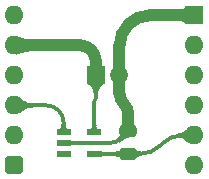
<source format=gtl>
%TF.GenerationSoftware,KiCad,Pcbnew,9.0.2*%
%TF.CreationDate,2025-06-17T11:12:26+02:00*%
%TF.ProjectId,HCP65 Power,48435036-3520-4506-9f77-65722e6b6963,V0*%
%TF.SameCoordinates,Original*%
%TF.FileFunction,Copper,L1,Top*%
%TF.FilePolarity,Positive*%
%FSLAX46Y46*%
G04 Gerber Fmt 4.6, Leading zero omitted, Abs format (unit mm)*
G04 Created by KiCad (PCBNEW 9.0.2) date 2025-06-17 11:12:26*
%MOMM*%
%LPD*%
G01*
G04 APERTURE LIST*
G04 Aperture macros list*
%AMRoundRect*
0 Rectangle with rounded corners*
0 $1 Rounding radius*
0 $2 $3 $4 $5 $6 $7 $8 $9 X,Y pos of 4 corners*
0 Add a 4 corners polygon primitive as box body*
4,1,4,$2,$3,$4,$5,$6,$7,$8,$9,$2,$3,0*
0 Add four circle primitives for the rounded corners*
1,1,$1+$1,$2,$3*
1,1,$1+$1,$4,$5*
1,1,$1+$1,$6,$7*
1,1,$1+$1,$8,$9*
0 Add four rect primitives between the rounded corners*
20,1,$1+$1,$2,$3,$4,$5,0*
20,1,$1+$1,$4,$5,$6,$7,0*
20,1,$1+$1,$6,$7,$8,$9,0*
20,1,$1+$1,$8,$9,$2,$3,0*%
G04 Aperture macros list end*
%TA.AperFunction,ComponentPad*%
%ADD10R,1.500000X1.500000*%
%TD*%
%TA.AperFunction,ComponentPad*%
%ADD11C,1.500000*%
%TD*%
%TA.AperFunction,SMDPad,CuDef*%
%ADD12R,1.150000X0.600000*%
%TD*%
%TA.AperFunction,SMDPad,CuDef*%
%ADD13RoundRect,0.250000X0.475000X-0.250000X0.475000X0.250000X-0.475000X0.250000X-0.475000X-0.250000X0*%
%TD*%
%TA.AperFunction,ComponentPad*%
%ADD14O,1.600000X1.600000*%
%TD*%
%TA.AperFunction,ComponentPad*%
%ADD15RoundRect,0.400000X-0.400000X-0.400000X0.400000X-0.400000X0.400000X0.400000X-0.400000X0.400000X0*%
%TD*%
%TA.AperFunction,ComponentPad*%
%ADD16R,1.600000X1.600000*%
%TD*%
%TA.AperFunction,Conductor*%
%ADD17C,0.380000*%
%TD*%
%TA.AperFunction,Conductor*%
%ADD18C,1.000000*%
%TD*%
G04 APERTURE END LIST*
D10*
%TO.P,C3,1*%
%TO.N,12V*%
X6889999Y-5080000D03*
D11*
%TO.P,C3,2*%
%TO.N,GND*%
X8889999Y-5080000D03*
%TD*%
D12*
%TO.P,IC1,1,~{SHDN}*%
%TO.N,5V*%
X4161000Y-9845000D03*
%TO.P,IC1,2,GND*%
%TO.N,GND*%
X4161000Y-10795000D03*
%TO.P,IC1,3,Bypass*%
%TO.N,unconnected-(IC1-Bypass-Pad3)*%
X4161000Y-11745000D03*
%TO.P,IC1,4,5.0VOut*%
%TO.N,W65C816V*%
X6761000Y-11745000D03*
%TO.P,IC1,5,14VIn*%
%TO.N,12V*%
X6761000Y-9845000D03*
%TD*%
D13*
%TO.P,C4,1*%
%TO.N,W65C816V*%
X9652000Y-11729000D03*
%TO.P,C4,2*%
%TO.N,GND*%
X9652000Y-9829000D03*
%TD*%
D14*
%TO.P,J2,1,Pin_1*%
%TO.N,unconnected-(J2-Pin_1-Pad1)*%
X0Y0D03*
%TO.P,J2,2,Pin_2*%
%TO.N,12V*%
X0Y-2540000D03*
%TO.P,J2,3,Pin_3*%
%TO.N,unconnected-(J2-Pin_3-Pad3)*%
X0Y-5080000D03*
%TO.P,J2,4,Pin_4*%
%TO.N,5V*%
X0Y-7620000D03*
%TO.P,J2,5,Pin_5*%
%TO.N,unconnected-(J2-Pin_5-Pad5)*%
X0Y-10160000D03*
D15*
%TO.P,J2,6,Pin_6*%
%TO.N,unconnected-(J2-Pin_6-Pad6)*%
X0Y-12700000D03*
D14*
%TO.P,J2,7,Pin_7*%
%TO.N,unconnected-(J2-Pin_7-Pad7)*%
X15240000Y-12700000D03*
%TO.P,J2,8,Pin_8*%
%TO.N,W65C816V*%
X15240000Y-10160000D03*
%TO.P,J2,9,Pin_9*%
%TO.N,unconnected-(J2-Pin_9-Pad9)*%
X15240000Y-7620000D03*
%TO.P,J2,10,Pin_10*%
%TO.N,unconnected-(J2-Pin_10-Pad10)*%
X15240000Y-5080000D03*
%TO.P,J2,11,Pin_11*%
%TO.N,unconnected-(J2-Pin_11-Pad11)*%
X15240000Y-2540000D03*
D16*
%TO.P,J2,12,Pin_12*%
%TO.N,GND*%
X15240000Y0D03*
%TD*%
D17*
%TO.N,5V*%
X3731500Y-8049500D02*
G75*
G02*
X4160998Y-9086404I-1036900J-1036900D01*
G01*
X3731500Y-8049500D02*
G75*
G03*
X2694595Y-7620002I-1036900J-1036900D01*
G01*
D18*
%TO.N,GND*%
X9652000Y-762000D02*
G75*
G03*
X8890013Y-2601630I1839600J-1839600D01*
G01*
X8890000Y-6573184D02*
G75*
G03*
X9270995Y-7493005I1300800J-16D01*
G01*
X11491630Y0D02*
G75*
G03*
X9651991Y-761991I-30J-2601600D01*
G01*
X9271000Y-7493000D02*
G75*
G02*
X9651994Y-8412815I-919800J-919800D01*
G01*
D17*
X9148500Y-10332500D02*
G75*
G02*
X7932943Y-10835999I-1215560J1215570D01*
G01*
%TO.N,12V*%
X6889999Y-7020783D02*
G75*
G02*
X6825504Y-7176504I-220199J-17D01*
G01*
D18*
X6492999Y-2936999D02*
G75*
G03*
X5534557Y-2540001I-958439J-958441D01*
G01*
X6492999Y-2936999D02*
G75*
G02*
X6889999Y-3895441I-958439J-958441D01*
G01*
D17*
X6825499Y-7176499D02*
G75*
G03*
X6761006Y-7332215I155701J-155701D01*
G01*
%TO.N,W65C816V*%
X12341510Y-11026488D02*
G75*
G02*
X10645500Y-11729005I-1696010J1695988D01*
G01*
X14224000Y-10160000D02*
G75*
G03*
X12489588Y-10878429I0J-2452800D01*
G01*
%TO.N,GND*%
X7932943Y-10836000D02*
X4202000Y-10836000D01*
D18*
X11491630Y0D02*
X15240000Y0D01*
X9652000Y-8412815D02*
X9652000Y-9829000D01*
X8890000Y-2601630D02*
X8890000Y-6573184D01*
D17*
X9652000Y-9829000D02*
X9148500Y-10332500D01*
%TO.N,5V*%
X4161000Y-9086404D02*
X4161000Y-9845000D01*
X2694595Y-7620000D02*
X0Y-7620000D01*
%TO.N,12V*%
X6889999Y-7020783D02*
X6889999Y-5080000D01*
D18*
X5534557Y-2540000D02*
X6999Y-2540000D01*
D17*
X6761000Y-7332215D02*
X6761000Y-9845000D01*
D18*
X6889999Y-3895441D02*
X6889999Y-5080000D01*
D17*
%TO.N,W65C816V*%
X12341510Y-11026488D02*
X12489579Y-10878420D01*
X10645500Y-11729000D02*
X9652000Y-11729000D01*
X14224000Y-10160000D02*
X15240000Y-10160000D01*
X6761000Y-11745000D02*
X9636000Y-11745000D01*
%TD*%
%TA.AperFunction,Conductor*%
%TO.N,GND*%
G36*
X4737526Y-10533856D02*
G01*
X4738503Y-10536990D01*
X4743309Y-10566467D01*
X4743310Y-10566471D01*
X4743311Y-10566473D01*
X4763407Y-10599544D01*
X4793534Y-10622564D01*
X4830939Y-10637257D01*
X4916567Y-10648541D01*
X4916574Y-10648540D01*
X4916575Y-10648541D01*
X4998259Y-10647169D01*
X4999457Y-10647131D01*
X5023938Y-10646373D01*
X5032313Y-10649541D01*
X5035994Y-10657704D01*
X5036000Y-10658067D01*
X5036000Y-11013223D01*
X5032573Y-11021496D01*
X5024300Y-11024923D01*
X5023273Y-11024878D01*
X4971932Y-11020353D01*
X4971857Y-11020346D01*
X4889743Y-11012576D01*
X4889737Y-11012575D01*
X4801599Y-11018243D01*
X4754093Y-11043575D01*
X4740761Y-11065515D01*
X4738583Y-11079002D01*
X4733881Y-11086623D01*
X4725168Y-11088687D01*
X4721628Y-11087514D01*
X4180858Y-10805863D01*
X4175104Y-10799002D01*
X4175886Y-10790081D01*
X4181244Y-10784917D01*
X4721939Y-10528302D01*
X4730883Y-10527852D01*
X4737526Y-10533856D01*
G37*
%TD.AperFunction*%
%TD*%
%TA.AperFunction,Conductor*%
%TO.N,GND*%
G36*
X14457884Y782137D02*
G01*
X15232711Y8278D01*
X15236143Y7D01*
X15232721Y-8268D01*
X15232711Y-8278D01*
X14457881Y-782141D01*
X14449606Y-785563D01*
X14441335Y-782131D01*
X14437951Y-774812D01*
X14435129Y-740103D01*
X14421100Y-688213D01*
X14398791Y-643782D01*
X14369076Y-606262D01*
X14290940Y-549761D01*
X14222779Y-524921D01*
X14193702Y-514324D01*
X14193695Y-514322D01*
X14084386Y-495566D01*
X14084372Y-495564D01*
X13969994Y-489099D01*
X13969984Y-489099D01*
X13969980Y-489099D01*
X13754002Y-495495D01*
X13652162Y-499519D01*
X13643760Y-496421D01*
X13640009Y-488290D01*
X13640000Y-487828D01*
X13640000Y487828D01*
X13643427Y496101D01*
X13651700Y499528D01*
X13652162Y499519D01*
X13753999Y495494D01*
X13998637Y489803D01*
X13998642Y489803D01*
X14140347Y505423D01*
X14168690Y508548D01*
X14288791Y548676D01*
X14288793Y548677D01*
X14370454Y607698D01*
X14370454Y607699D01*
X14370456Y607700D01*
X14421163Y688376D01*
X14435145Y740198D01*
X14437954Y774807D01*
X14442039Y782775D01*
X14450563Y785521D01*
X14457884Y782137D01*
G37*
%TD.AperFunction*%
%TD*%
%TA.AperFunction,Conductor*%
%TO.N,GND*%
G36*
X9386326Y-5069016D02*
G01*
X9389753Y-5077289D01*
X9389750Y-5077534D01*
X9389559Y-5086648D01*
X9389485Y-5087743D01*
X9381420Y-5157703D01*
X9381095Y-5159405D01*
X9363606Y-5224347D01*
X9363017Y-5226018D01*
X9334759Y-5290218D01*
X9333933Y-5291767D01*
X9296745Y-5350456D01*
X9295728Y-5351828D01*
X9246200Y-5409346D01*
X9245060Y-5410497D01*
X9210633Y-5440729D01*
X9187280Y-5461236D01*
X9186065Y-5462169D01*
X9116029Y-5509016D01*
X9114781Y-5509744D01*
X9038164Y-5548275D01*
X9036919Y-5548813D01*
X8952331Y-5579687D01*
X8951082Y-5580065D01*
X8863200Y-5601425D01*
X8861337Y-5601721D01*
X8683989Y-5615406D01*
X8681436Y-5615324D01*
X8520242Y-5592319D01*
X8517567Y-5591606D01*
X8383433Y-5538204D01*
X8380733Y-5536688D01*
X8276794Y-5458590D01*
X8274404Y-5456178D01*
X8200029Y-5355276D01*
X8198726Y-5353018D01*
X8197192Y-5349508D01*
X8173107Y-5294382D01*
X8172547Y-5292795D01*
X8154902Y-5228124D01*
X8154506Y-5224447D01*
X8156300Y-5189633D01*
X8159718Y-5181956D01*
X8176859Y-5164844D01*
X8182983Y-5161622D01*
X8261277Y-5147052D01*
X8261921Y-5146952D01*
X8302452Y-5141763D01*
X8326621Y-5138669D01*
X8349426Y-5127181D01*
X8372233Y-5115694D01*
X8385279Y-5094865D01*
X8388414Y-5075426D01*
X8393115Y-5067804D01*
X8399965Y-5065589D01*
X9378053Y-5065589D01*
X9386326Y-5069016D01*
G37*
%TD.AperFunction*%
%TD*%
%TA.AperFunction,Conductor*%
%TO.N,GND*%
G36*
X9645088Y-9828304D02*
G01*
X9653251Y-9831986D01*
X9655662Y-9835844D01*
X9836996Y-10313332D01*
X9836729Y-10322283D01*
X9830212Y-10328424D01*
X9826188Y-10329185D01*
X9825546Y-10329192D01*
X9822385Y-10329227D01*
X9822381Y-10329227D01*
X9822364Y-10329228D01*
X9724799Y-10338938D01*
X9724793Y-10338939D01*
X9724791Y-10338940D01*
X9688081Y-10347168D01*
X9624542Y-10361409D01*
X9493003Y-10406177D01*
X9362377Y-10464549D01*
X9214995Y-10544078D01*
X9077790Y-10629163D01*
X8864082Y-10780261D01*
X8855348Y-10782239D01*
X8847774Y-10777463D01*
X8846902Y-10776020D01*
X8772078Y-10629167D01*
X8684833Y-10457938D01*
X8684132Y-10449012D01*
X8687907Y-10443526D01*
X8708543Y-10426866D01*
X8822750Y-10305122D01*
X8906147Y-10170131D01*
X8950177Y-10040260D01*
X8956795Y-9919410D01*
X8930979Y-9821102D01*
X8932192Y-9812231D01*
X8939323Y-9806815D01*
X8942655Y-9806437D01*
X9645088Y-9828304D01*
G37*
%TD.AperFunction*%
%TD*%
%TA.AperFunction,Conductor*%
%TO.N,5V*%
G36*
X4347050Y-9248427D02*
G01*
X4350477Y-9256700D01*
X4350466Y-9257206D01*
X4349046Y-9289694D01*
X4349043Y-9289752D01*
X4347086Y-9396981D01*
X4347086Y-9396984D01*
X4363470Y-9479574D01*
X4363471Y-9479575D01*
X4398737Y-9526899D01*
X4426007Y-9540237D01*
X4437668Y-9541824D01*
X4445404Y-9546335D01*
X4447684Y-9554994D01*
X4444378Y-9561676D01*
X4169287Y-9837685D01*
X4161019Y-9841126D01*
X4152741Y-9837713D01*
X4152713Y-9837685D01*
X3876986Y-9561039D01*
X3873573Y-9552761D01*
X3877014Y-9544493D01*
X3883330Y-9541242D01*
X3902586Y-9538003D01*
X3932997Y-9518731D01*
X3953879Y-9489764D01*
X3966878Y-9453679D01*
X3975808Y-9370472D01*
X3972957Y-9289743D01*
X3971534Y-9257210D01*
X3974596Y-9248796D01*
X3982712Y-9245011D01*
X3983223Y-9245000D01*
X4338777Y-9245000D01*
X4347050Y-9248427D01*
G37*
%TD.AperFunction*%
%TD*%
%TA.AperFunction,Conductor*%
%TO.N,5V*%
G36*
X454004Y-6961591D02*
G01*
X454227Y-6961744D01*
X718161Y-7148669D01*
X718175Y-7148679D01*
X718174Y-7148679D01*
X836823Y-7232170D01*
X903887Y-7279363D01*
X903895Y-7279367D01*
X1059310Y-7359599D01*
X1059313Y-7359600D01*
X1059315Y-7359601D01*
X1147266Y-7388199D01*
X1247859Y-7409104D01*
X1397935Y-7424888D01*
X1573248Y-7429688D01*
X1581425Y-7433340D01*
X1584628Y-7441384D01*
X1584628Y-7798897D01*
X1581201Y-7807170D01*
X1573541Y-7810581D01*
X1283330Y-7825799D01*
X1283328Y-7825800D01*
X1169548Y-7846218D01*
X1169540Y-7846220D01*
X1071958Y-7875581D01*
X984316Y-7914323D01*
X984314Y-7914324D01*
X900323Y-7962896D01*
X900321Y-7962897D01*
X718168Y-8091323D01*
X718169Y-8091324D01*
X454256Y-8278235D01*
X445524Y-8280220D01*
X437946Y-8275449D01*
X437773Y-8275197D01*
X3358Y-7626508D01*
X1602Y-7617729D01*
X3357Y-7613492D01*
X437774Y-6964800D01*
X445223Y-6959834D01*
X454004Y-6961591D01*
G37*
%TD.AperFunction*%
%TD*%
%TA.AperFunction,Conductor*%
%TO.N,12V*%
G36*
X6898267Y-5087279D02*
G01*
X6898278Y-5087290D01*
X7622125Y-5812102D01*
X7625546Y-5820378D01*
X7622114Y-5828649D01*
X7614787Y-5832032D01*
X7575995Y-5835160D01*
X7515896Y-5850003D01*
X7451476Y-5877859D01*
X7451475Y-5877860D01*
X7392248Y-5915809D01*
X7392237Y-5915817D01*
X7329118Y-5971449D01*
X7329115Y-5971452D01*
X7273138Y-6036645D01*
X7215806Y-6123365D01*
X7168582Y-6216111D01*
X7168573Y-6216132D01*
X7128203Y-6320447D01*
X7128200Y-6320456D01*
X7100032Y-6421713D01*
X7100032Y-6421715D01*
X7081294Y-6569769D01*
X7076856Y-6577546D01*
X7069687Y-6580000D01*
X6710870Y-6580000D01*
X6702597Y-6576573D01*
X6699202Y-6569158D01*
X6694062Y-6499269D01*
X6694061Y-6499262D01*
X6675298Y-6421711D01*
X6648235Y-6309851D01*
X6570675Y-6134764D01*
X6475918Y-5998559D01*
X6371821Y-5904344D01*
X6371819Y-5904343D01*
X6371818Y-5904342D01*
X6315756Y-5876380D01*
X6260516Y-5848828D01*
X6260514Y-5848827D01*
X6162727Y-5833550D01*
X6155082Y-5828887D01*
X6152973Y-5820184D01*
X6156252Y-5813724D01*
X6881720Y-5087289D01*
X6889991Y-5083858D01*
X6898267Y-5087279D01*
G37*
%TD.AperFunction*%
%TD*%
%TA.AperFunction,Conductor*%
%TO.N,12V*%
G36*
X167861Y-1758164D02*
G01*
X232999Y-1773589D01*
X495781Y-1835820D01*
X496494Y-1836014D01*
X738146Y-1910545D01*
X950122Y-1974970D01*
X1141721Y-2010409D01*
X1201379Y-2021444D01*
X1201381Y-2021444D01*
X1201391Y-2021446D01*
X1372547Y-2035181D01*
X1573194Y-2039740D01*
X1581387Y-2043354D01*
X1584628Y-2051437D01*
X1584628Y-3028684D01*
X1581201Y-3036957D01*
X1573318Y-3040377D01*
X1294929Y-3049669D01*
X1294918Y-3049670D01*
X1078938Y-3076574D01*
X1078931Y-3076575D01*
X904158Y-3117560D01*
X738144Y-3169455D01*
X738143Y-3169455D01*
X532554Y-3233712D01*
X531810Y-3233918D01*
X167901Y-3321772D01*
X159054Y-3320383D01*
X153782Y-3313145D01*
X153683Y-3312696D01*
X137895Y-3233828D01*
X-541Y-2542292D01*
X-541Y-2537707D01*
X153694Y-1767250D01*
X158677Y-1759813D01*
X167462Y-1758077D01*
X167861Y-1758164D01*
G37*
%TD.AperFunction*%
%TD*%
%TA.AperFunction,Conductor*%
%TO.N,12V*%
G36*
X6947050Y-9248427D02*
G01*
X6950477Y-9256700D01*
X6950466Y-9257206D01*
X6949046Y-9289694D01*
X6949043Y-9289752D01*
X6947086Y-9396981D01*
X6947086Y-9396984D01*
X6963470Y-9479574D01*
X6963471Y-9479575D01*
X6998737Y-9526899D01*
X7026007Y-9540237D01*
X7037668Y-9541824D01*
X7045404Y-9546335D01*
X7047684Y-9554994D01*
X7044378Y-9561676D01*
X6769287Y-9837685D01*
X6761019Y-9841126D01*
X6752741Y-9837713D01*
X6752713Y-9837685D01*
X6476986Y-9561039D01*
X6473573Y-9552761D01*
X6477014Y-9544493D01*
X6483330Y-9541242D01*
X6502586Y-9538003D01*
X6532997Y-9518731D01*
X6553879Y-9489764D01*
X6566878Y-9453679D01*
X6575808Y-9370472D01*
X6572957Y-9289743D01*
X6571534Y-9257210D01*
X6574596Y-9248796D01*
X6582712Y-9245011D01*
X6583223Y-9245000D01*
X6938777Y-9245000D01*
X6947050Y-9248427D01*
G37*
%TD.AperFunction*%
%TD*%
%TA.AperFunction,Conductor*%
%TO.N,12V*%
G36*
X7376900Y-3715026D02*
G01*
X7381579Y-3722661D01*
X7381697Y-3725270D01*
X7375563Y-3817212D01*
X7375553Y-3817349D01*
X7367077Y-3925273D01*
X7370122Y-4078929D01*
X7397399Y-4187602D01*
X7397401Y-4187606D01*
X7447091Y-4262859D01*
X7471153Y-4282161D01*
X7481388Y-4290371D01*
X7523562Y-4311319D01*
X7576428Y-4325165D01*
X7614057Y-4328054D01*
X7622042Y-4332105D01*
X7624826Y-4340616D01*
X7621443Y-4347983D01*
X6898433Y-5072689D01*
X6890164Y-5076126D01*
X6881887Y-5072709D01*
X6881872Y-5072695D01*
X6157454Y-4347474D01*
X6154032Y-4339199D01*
X6157463Y-4330927D01*
X6164575Y-4327563D01*
X6241162Y-4319969D01*
X6314647Y-4292219D01*
X6364530Y-4250265D01*
X6394889Y-4197624D01*
X6409803Y-4137810D01*
X6413348Y-4074338D01*
X6402645Y-3950486D01*
X6395987Y-3877983D01*
X6398643Y-3869431D01*
X6405805Y-3865358D01*
X7368193Y-3712935D01*
X7376900Y-3715026D01*
G37*
%TD.AperFunction*%
%TD*%
%TA.AperFunction,Conductor*%
%TO.N,W65C816V*%
G36*
X10226826Y-11259825D02*
G01*
X10228539Y-11262547D01*
X10249665Y-11309369D01*
X10283435Y-11357604D01*
X10283439Y-11357609D01*
X10333612Y-11406564D01*
X10333611Y-11406564D01*
X10391778Y-11446295D01*
X10391779Y-11446295D01*
X10391780Y-11446296D01*
X10476900Y-11486180D01*
X10565834Y-11513321D01*
X10680557Y-11533125D01*
X10768061Y-11537861D01*
X10776135Y-11541729D01*
X10779027Y-11548016D01*
X10825778Y-11903120D01*
X10823460Y-11911769D01*
X10815705Y-11916247D01*
X10815298Y-11916293D01*
X10640992Y-11933053D01*
X10477807Y-11977563D01*
X10477804Y-11977565D01*
X10355227Y-12040605D01*
X10271719Y-12117858D01*
X10271718Y-12117859D01*
X10229465Y-12197209D01*
X10222552Y-12202901D01*
X10213639Y-12202037D01*
X10211607Y-12200664D01*
X10207499Y-12197209D01*
X9661651Y-11738081D01*
X9657525Y-11730133D01*
X9660228Y-11721596D01*
X9661639Y-11720183D01*
X10210341Y-11258406D01*
X10218877Y-11255702D01*
X10226826Y-11259825D01*
G37*
%TD.AperFunction*%
%TD*%
%TA.AperFunction,Conductor*%
%TO.N,W65C816V*%
G36*
X14802055Y-9504545D02*
G01*
X14802064Y-9504558D01*
X15236604Y-10153233D01*
X15238361Y-10162014D01*
X15236606Y-10166253D01*
X14802396Y-10814938D01*
X14794946Y-10819907D01*
X14786165Y-10818153D01*
X14785686Y-10817814D01*
X14705447Y-10757890D01*
X14620721Y-10694615D01*
X14620014Y-10694043D01*
X14483595Y-10574588D01*
X14483545Y-10574544D01*
X14395598Y-10496647D01*
X14395587Y-10496638D01*
X14273130Y-10408482D01*
X14214298Y-10385307D01*
X14155054Y-10361969D01*
X14155051Y-10361968D01*
X14155052Y-10361968D01*
X14103635Y-10354032D01*
X14086179Y-10351338D01*
X14086177Y-10351337D01*
X14086171Y-10351337D01*
X14008574Y-10350463D01*
X14008560Y-10350463D01*
X13909349Y-10361979D01*
X13909331Y-10361982D01*
X13805023Y-10385307D01*
X13796202Y-10383768D01*
X13791170Y-10376918D01*
X13698698Y-10031812D01*
X13699866Y-10022935D01*
X13706774Y-10017538D01*
X14016693Y-9928734D01*
X14234438Y-9845835D01*
X14423206Y-9742130D01*
X14657247Y-9587742D01*
X14785819Y-9501357D01*
X14794596Y-9499589D01*
X14802055Y-9504545D01*
G37*
%TD.AperFunction*%
%TD*%
%TA.AperFunction,Conductor*%
%TO.N,W65C816V*%
G36*
X7337509Y-11457405D02*
G01*
X7338670Y-11460869D01*
X7342996Y-11486584D01*
X7342997Y-11486586D01*
X7352633Y-11501791D01*
X7362269Y-11516998D01*
X7384914Y-11533321D01*
X7391236Y-11537879D01*
X7427321Y-11550878D01*
X7510528Y-11559808D01*
X7591257Y-11556957D01*
X7623789Y-11555534D01*
X7632204Y-11558596D01*
X7635989Y-11566712D01*
X7636000Y-11567223D01*
X7636000Y-11922777D01*
X7632573Y-11931050D01*
X7624300Y-11934477D01*
X7623793Y-11934466D01*
X7591257Y-11933043D01*
X7484019Y-11931086D01*
X7484018Y-11931086D01*
X7484015Y-11931086D01*
X7401425Y-11947470D01*
X7354101Y-11982736D01*
X7340762Y-12010007D01*
X7338243Y-12028516D01*
X7333732Y-12036251D01*
X7325072Y-12038531D01*
X7321245Y-12037315D01*
X7123775Y-11934466D01*
X6779922Y-11755376D01*
X6774169Y-11748516D01*
X6774951Y-11739595D01*
X6779922Y-11734623D01*
X7321728Y-11452432D01*
X7330648Y-11451651D01*
X7337509Y-11457405D01*
G37*
%TD.AperFunction*%
%TD*%
%TA.AperFunction,Conductor*%
%TO.N,W65C816V*%
G36*
X9090366Y-11255989D02*
G01*
X9092462Y-11257397D01*
X9642358Y-11720047D01*
X9646483Y-11727996D01*
X9643779Y-11736532D01*
X9642358Y-11737953D01*
X9093105Y-12200061D01*
X9084569Y-12202765D01*
X9076620Y-12198640D01*
X9074966Y-12196045D01*
X9057971Y-12159504D01*
X9057969Y-12159501D01*
X9025211Y-12116076D01*
X8972947Y-12069978D01*
X8972942Y-12069974D01*
X8910610Y-12032128D01*
X8910609Y-12032127D01*
X8910605Y-12032125D01*
X8812951Y-11991975D01*
X8812944Y-11991972D01*
X8708647Y-11964171D01*
X8708641Y-11964170D01*
X8554360Y-11941146D01*
X8554359Y-11941145D01*
X8554361Y-11941145D01*
X8438136Y-11935537D01*
X8430038Y-11931716D01*
X8427000Y-11923851D01*
X8427000Y-11566480D01*
X8430427Y-11558207D01*
X8438477Y-11554782D01*
X8461639Y-11554344D01*
X8656342Y-11531328D01*
X8825295Y-11482707D01*
X8950055Y-11417145D01*
X9033549Y-11339104D01*
X9074570Y-11260912D01*
X9081447Y-11255180D01*
X9090366Y-11255989D01*
G37*
%TD.AperFunction*%
%TD*%
M02*

</source>
